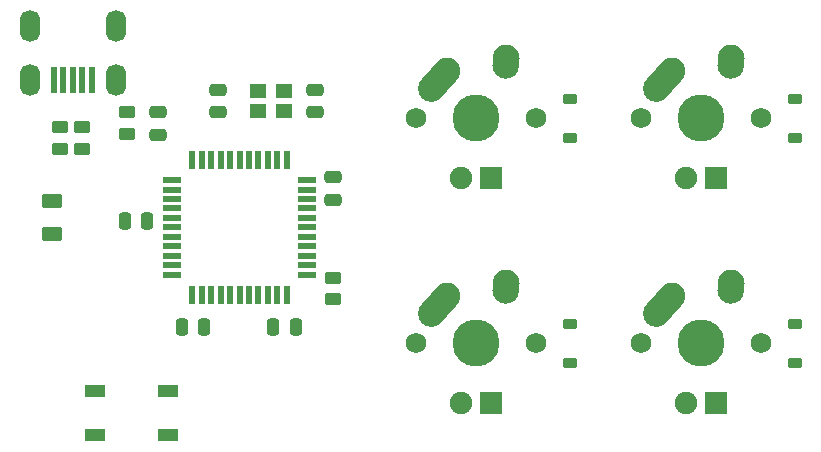
<source format=gbs>
%TF.GenerationSoftware,KiCad,Pcbnew,7.0.10*%
%TF.CreationDate,2024-01-02T18:30:23-06:00*%
%TF.ProjectId,Keyboard3x3,4b657962-6f61-4726-9433-78332e6b6963,rev?*%
%TF.SameCoordinates,Original*%
%TF.FileFunction,Soldermask,Bot*%
%TF.FilePolarity,Negative*%
%FSLAX46Y46*%
G04 Gerber Fmt 4.6, Leading zero omitted, Abs format (unit mm)*
G04 Created by KiCad (PCBNEW 7.0.10) date 2024-01-02 18:30:23*
%MOMM*%
%LPD*%
G01*
G04 APERTURE LIST*
G04 Aperture macros list*
%AMRoundRect*
0 Rectangle with rounded corners*
0 $1 Rounding radius*
0 $2 $3 $4 $5 $6 $7 $8 $9 X,Y pos of 4 corners*
0 Add a 4 corners polygon primitive as box body*
4,1,4,$2,$3,$4,$5,$6,$7,$8,$9,$2,$3,0*
0 Add four circle primitives for the rounded corners*
1,1,$1+$1,$2,$3*
1,1,$1+$1,$4,$5*
1,1,$1+$1,$6,$7*
1,1,$1+$1,$8,$9*
0 Add four rect primitives between the rounded corners*
20,1,$1+$1,$2,$3,$4,$5,0*
20,1,$1+$1,$4,$5,$6,$7,0*
20,1,$1+$1,$6,$7,$8,$9,0*
20,1,$1+$1,$8,$9,$2,$3,0*%
%AMHorizOval*
0 Thick line with rounded ends*
0 $1 width*
0 $2 $3 position (X,Y) of the first rounded end (center of the circle)*
0 $4 $5 position (X,Y) of the second rounded end (center of the circle)*
0 Add line between two ends*
20,1,$1,$2,$3,$4,$5,0*
0 Add two circle primitives to create the rounded ends*
1,1,$1,$2,$3*
1,1,$1,$4,$5*%
G04 Aperture macros list end*
%ADD10C,1.750000*%
%ADD11C,3.987800*%
%ADD12HorizOval,2.250000X0.655001X0.730000X-0.655001X-0.730000X0*%
%ADD13C,2.250000*%
%ADD14HorizOval,2.250000X0.020000X0.290000X-0.020000X-0.290000X0*%
%ADD15C,1.905000*%
%ADD16R,1.905000X1.905000*%
%ADD17R,0.500000X2.250000*%
%ADD18O,1.700000X2.700000*%
%ADD19RoundRect,0.250000X-0.250000X-0.475000X0.250000X-0.475000X0.250000X0.475000X-0.250000X0.475000X0*%
%ADD20RoundRect,0.250000X-0.450000X0.262500X-0.450000X-0.262500X0.450000X-0.262500X0.450000X0.262500X0*%
%ADD21RoundRect,0.225000X0.375000X-0.225000X0.375000X0.225000X-0.375000X0.225000X-0.375000X-0.225000X0*%
%ADD22RoundRect,0.250000X0.250000X0.475000X-0.250000X0.475000X-0.250000X-0.475000X0.250000X-0.475000X0*%
%ADD23RoundRect,0.250000X0.475000X-0.250000X0.475000X0.250000X-0.475000X0.250000X-0.475000X-0.250000X0*%
%ADD24RoundRect,0.250000X-0.475000X0.250000X-0.475000X-0.250000X0.475000X-0.250000X0.475000X0.250000X0*%
%ADD25R,1.400000X1.200000*%
%ADD26R,1.500000X0.550000*%
%ADD27R,0.550000X1.500000*%
%ADD28R,1.800000X1.100000*%
%ADD29RoundRect,0.250000X-0.625000X0.375000X-0.625000X-0.375000X0.625000X-0.375000X0.625000X0.375000X0*%
G04 APERTURE END LIST*
D10*
%TO.C,MX3*%
X92785000Y-57225000D03*
D11*
X97865000Y-57225000D03*
D10*
X102945000Y-57225000D03*
D12*
X94710001Y-53955000D03*
D13*
X95365000Y-53225000D03*
D14*
X100385000Y-52435000D03*
D13*
X100405000Y-52145000D03*
D15*
X96595000Y-62305000D03*
D16*
X99135000Y-62305000D03*
%TD*%
D10*
%TO.C,MX1*%
X73735000Y-57225000D03*
D11*
X78815000Y-57225000D03*
D10*
X83895000Y-57225000D03*
D12*
X75660001Y-53955000D03*
D13*
X76315000Y-53225000D03*
D14*
X81335000Y-52435000D03*
D13*
X81355000Y-52145000D03*
D15*
X77545000Y-62305000D03*
D16*
X80085000Y-62305000D03*
%TD*%
D10*
%TO.C,MX2*%
X73735000Y-76275000D03*
D11*
X78815000Y-76275000D03*
D10*
X83895000Y-76275000D03*
D12*
X75660001Y-73005000D03*
D13*
X76315000Y-72275000D03*
D14*
X81335000Y-71485000D03*
D13*
X81355000Y-71195000D03*
D15*
X77545000Y-81355000D03*
D16*
X80085000Y-81355000D03*
%TD*%
D10*
%TO.C,MX4*%
X92785000Y-76275000D03*
D11*
X97865000Y-76275000D03*
D10*
X102945000Y-76275000D03*
D12*
X94710001Y-73005000D03*
D13*
X95365000Y-72275000D03*
D14*
X100385000Y-71485000D03*
D13*
X100405000Y-71195000D03*
D15*
X96595000Y-81355000D03*
D16*
X99135000Y-81355000D03*
%TD*%
D17*
%TO.C,USB1*%
X46252000Y-53950000D03*
X45452000Y-53950000D03*
X44652000Y-53950000D03*
X43852000Y-53950000D03*
X43052000Y-53950000D03*
D18*
X48302000Y-49450000D03*
X41002000Y-49450000D03*
X48302000Y-53950000D03*
X41002000Y-53950000D03*
%TD*%
D19*
%TO.C,C6*%
X53894000Y-74919500D03*
X55794000Y-74919500D03*
%TD*%
D20*
%TO.C,R2*%
X45480000Y-57992500D03*
X45480000Y-59817500D03*
%TD*%
%TO.C,R3*%
X49290000Y-56722500D03*
X49290000Y-58547500D03*
%TD*%
%TO.C,R1*%
X43575000Y-57992500D03*
X43575000Y-59817500D03*
%TD*%
D21*
%TO.C,D3*%
X105802500Y-58875000D03*
X105802500Y-55575000D03*
%TD*%
%TO.C,D1*%
X86752500Y-58875000D03*
X86752500Y-55575000D03*
%TD*%
D22*
%TO.C,C7*%
X50973750Y-65928000D03*
X49073750Y-65928000D03*
%TD*%
D23*
%TO.C,C2*%
X66706000Y-64115250D03*
X66706000Y-62215250D03*
%TD*%
D24*
%TO.C,C4*%
X65190000Y-54800000D03*
X65190000Y-56700000D03*
%TD*%
D25*
%TO.C,Y1*%
X62505368Y-56615268D03*
X60305368Y-56615268D03*
X60305368Y-54915268D03*
X62505368Y-54915268D03*
%TD*%
D26*
%TO.C,U1*%
X53080000Y-70465000D03*
X53080000Y-69665000D03*
X53080000Y-68865000D03*
X53080000Y-68065000D03*
X53080000Y-67265000D03*
X53080000Y-66465000D03*
X53080000Y-65665000D03*
X53080000Y-64865000D03*
X53080000Y-64065000D03*
X53080000Y-63265000D03*
X53080000Y-62465000D03*
D27*
X54780000Y-60765000D03*
X55580000Y-60765000D03*
X56380000Y-60765000D03*
X57180000Y-60765000D03*
X57980000Y-60765000D03*
X58780000Y-60765000D03*
X59580000Y-60765000D03*
X60380000Y-60765000D03*
X61180000Y-60765000D03*
X61980000Y-60765000D03*
X62780000Y-60765000D03*
D26*
X64480000Y-62465000D03*
X64480000Y-63265000D03*
X64480000Y-64065000D03*
X64480000Y-64865000D03*
X64480000Y-65665000D03*
X64480000Y-66465000D03*
X64480000Y-67265000D03*
X64480000Y-68065000D03*
X64480000Y-68865000D03*
X64480000Y-69665000D03*
X64480000Y-70465000D03*
D27*
X62780000Y-72165000D03*
X61980000Y-72165000D03*
X61180000Y-72165000D03*
X60380000Y-72165000D03*
X59580000Y-72165000D03*
X58780000Y-72165000D03*
X57980000Y-72165000D03*
X57180000Y-72165000D03*
X56380000Y-72165000D03*
X55580000Y-72165000D03*
X54780000Y-72165000D03*
%TD*%
D22*
%TO.C,C3*%
X63515000Y-74915250D03*
X61615000Y-74915250D03*
%TD*%
D20*
%TO.C,R4*%
X66715750Y-70721500D03*
X66715750Y-72546500D03*
%TD*%
D21*
%TO.C,D4*%
X105802500Y-77925000D03*
X105802500Y-74625000D03*
%TD*%
D28*
%TO.C,SW1*%
X46526440Y-84023250D03*
X52726440Y-80323250D03*
X46526440Y-80323250D03*
X52726440Y-84023250D03*
%TD*%
D23*
%TO.C,C1*%
X51855000Y-58605000D03*
X51855000Y-56705000D03*
%TD*%
D29*
%TO.C,F1*%
X42896940Y-64193750D03*
X42896940Y-66993750D03*
%TD*%
D21*
%TO.C,D2*%
X86752500Y-77925000D03*
X86752500Y-74625000D03*
%TD*%
D23*
%TO.C,C5*%
X56935000Y-56700000D03*
X56935000Y-54800000D03*
%TD*%
M02*

</source>
